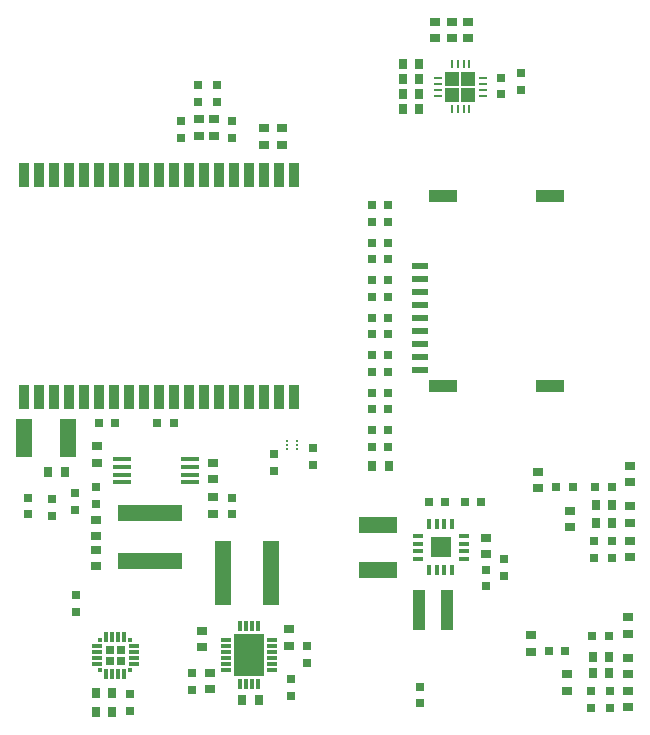
<source format=gtp>
%FSTAX23Y23*%
%MOIN*%
%SFA1B1*%

%IPPOS*%
%AMD30*
4,1,8,-0.011800,0.003000,-0.011800,-0.003000,-0.009800,-0.004900,0.009800,-0.004900,0.011800,-0.003000,0.011800,0.003000,0.009800,0.004900,-0.009800,0.004900,-0.011800,0.003000,0.0*
1,1,0.003940,-0.009800,0.003000*
1,1,0.003940,-0.009800,-0.003000*
1,1,0.003940,0.009800,-0.003000*
1,1,0.003940,0.009800,0.003000*
%
%AMD31*
4,1,8,0.003000,0.011800,-0.003000,0.011800,-0.004900,0.009800,-0.004900,-0.009800,-0.003000,-0.011800,0.003000,-0.011800,0.004900,-0.009800,0.004900,0.009800,0.003000,0.011800,0.0*
1,1,0.003940,0.003000,0.009800*
1,1,0.003940,-0.003000,0.009800*
1,1,0.003940,-0.003000,-0.009800*
1,1,0.003940,0.003000,-0.009800*
%
%AMD38*
4,1,8,0.015000,0.006300,-0.015000,0.006300,-0.016500,0.004700,-0.016500,-0.004700,-0.015000,-0.006300,0.015000,-0.006300,0.016500,-0.004700,0.016500,0.004700,0.015000,0.006300,0.0*
1,1,0.003160,0.015000,0.004700*
1,1,0.003160,-0.015000,0.004700*
1,1,0.003160,-0.015000,-0.004700*
1,1,0.003160,0.015000,-0.004700*
%
%AMD39*
4,1,8,-0.006300,0.015000,-0.006300,-0.015000,-0.004700,-0.016500,0.004700,-0.016500,0.006300,-0.015000,0.006300,0.015000,0.004700,0.016500,-0.004700,0.016500,-0.006300,0.015000,0.0*
1,1,0.003160,-0.004700,0.015000*
1,1,0.003160,-0.004700,-0.015000*
1,1,0.003160,0.004700,-0.015000*
1,1,0.003160,0.004700,0.015000*
%
%AMD42*
4,1,8,-0.026700,-0.008100,0.026700,-0.008100,0.030700,-0.004000,0.030700,0.004000,0.026700,0.008100,-0.026700,0.008100,-0.030700,0.004000,-0.030700,-0.004000,-0.026700,-0.008100,0.0*
1,1,0.008080,-0.026700,-0.004000*
1,1,0.008080,0.026700,-0.004000*
1,1,0.008080,0.026700,0.004000*
1,1,0.008080,-0.026700,0.004000*
%
%ADD18R,0.045200X0.045200*%
%ADD19R,0.029530X0.029530*%
%ADD20R,0.032000X0.012000*%
%ADD21R,0.012000X0.032000*%
%ADD22R,0.104000X0.144000*%
%ADD23R,0.055120X0.129920*%
%ADD24R,0.030000X0.030000*%
%ADD25R,0.035430X0.031500*%
%ADD26R,0.030000X0.030000*%
%ADD27R,0.031500X0.035430*%
%ADD28R,0.055120X0.024410*%
%ADD29R,0.094490X0.043310*%
G04~CAMADD=30~8~0.0~0.0~98.4~236.2~19.7~0.0~15~0.0~0.0~0.0~0.0~0~0.0~0.0~0.0~0.0~0~0.0~0.0~0.0~90.0~236.0~98.0*
%ADD30D30*%
G04~CAMADD=31~8~0.0~0.0~98.4~236.2~19.7~0.0~15~0.0~0.0~0.0~0.0~0~0.0~0.0~0.0~0.0~0~0.0~0.0~0.0~0.0~98.4~236.2*
%ADD31D31*%
%ADD32R,0.007870X0.007870*%
%ADD33R,0.035430X0.011810*%
%ADD34R,0.011810X0.035430*%
%ADD35R,0.011810X0.011810*%
%ADD36R,0.056300X0.216540*%
%ADD37R,0.129920X0.055120*%
G04~CAMADD=38~8~0.0~0.0~330.7~126.0~15.8~0.0~15~0.0~0.0~0.0~0.0~0~0.0~0.0~0.0~0.0~0~0.0~0.0~0.0~0.0~330.7~126.0*
%ADD38D38*%
G04~CAMADD=39~8~0.0~0.0~330.7~126.0~15.8~0.0~15~0.0~0.0~0.0~0.0~0~0.0~0.0~0.0~0.0~0~0.0~0.0~0.0~90.0~126.0~331.0*
%ADD39D39*%
%ADD40R,0.038580X0.133860*%
%ADD41R,0.216540X0.056300*%
G04~CAMADD=42~8~0.0~0.0~614.2~161.4~40.4~0.0~15~0.0~0.0~0.0~0.0~0~0.0~0.0~0.0~0.0~0~0.0~0.0~0.0~180.0~614.0~162.0*
%ADD42D42*%
%ADD43R,0.035430X0.078740*%
%LNsolears_v1-1*%
%LPD*%
G36*
X02483Y01661D02*
X02416D01*
Y01728*
X02483*
Y01661*
G37*
G54D18*
X02542Y03203D03*
X02489D03*
Y03256D03*
X02542D03*
G54D19*
X01346Y01353D03*
X01383D03*
X01346Y01316D03*
X01383D03*
G54D20*
X01733Y01384D03*
Y01365D03*
Y01345D03*
Y01325D03*
Y01305D03*
Y01286D03*
X01887D03*
Y01305D03*
Y01325D03*
Y01345D03*
Y01365D03*
Y01384D03*
G54D21*
X0178Y01238D03*
X018D03*
X0182D03*
X0184D03*
Y01432D03*
X0182D03*
X018D03*
X0178D03*
G54D22*
X0181Y01335D03*
G54D23*
X0106Y0206D03*
X01209D03*
G54D24*
X026Y0162D03*
Y01565D03*
X01705Y0318D03*
Y03235D03*
X03015Y01215D03*
Y0116D03*
X0295Y01215D03*
Y0116D03*
X0302Y01715D03*
Y0166D03*
X0296Y01715D03*
Y0166D03*
X01755Y03115D03*
Y0306D03*
X01585Y03115D03*
Y0306D03*
X0164Y03235D03*
Y0318D03*
X01895Y02005D03*
Y0195D03*
X02025Y02025D03*
Y0197D03*
X01415Y01205D03*
Y0115D03*
X01235Y01535D03*
Y0148D03*
X0123Y0182D03*
Y01875D03*
X01075Y01805D03*
Y0186D03*
X01155Y018D03*
Y01855D03*
X01755Y01805D03*
Y0186D03*
X013Y01895D03*
Y0184D03*
X0162Y0122D03*
Y01275D03*
X02005Y0131D03*
Y01365D03*
X0195Y01255D03*
Y012D03*
X0238Y01175D03*
Y0123D03*
X02651Y03205D03*
Y0326D03*
X02716Y0322D03*
Y03275D03*
X0266Y016D03*
Y01655D03*
G54D25*
X0288Y01817D03*
Y01762D03*
X0308Y01717D03*
Y01662D03*
Y01832D03*
Y01777D03*
Y01967D03*
Y01912D03*
X02775Y01947D03*
Y01892D03*
X0287Y01272D03*
Y01217D03*
X03075Y01462D03*
Y01407D03*
X0275Y01402D03*
Y01347D03*
X03075Y01327D03*
Y01272D03*
Y01217D03*
Y01162D03*
X01695Y03122D03*
Y03067D03*
X01645Y03122D03*
Y03067D03*
X0192Y03092D03*
Y03037D03*
X0186Y03092D03*
Y03037D03*
X02431Y03447D03*
Y03392D03*
X02541Y03447D03*
Y03392D03*
X02486Y03447D03*
Y03392D03*
X013Y01632D03*
Y01687D03*
Y01732D03*
Y01787D03*
X0169Y01922D03*
Y01977D03*
Y01807D03*
Y01862D03*
X01305Y01977D03*
Y02032D03*
X01945Y01422D03*
Y01367D03*
X0168Y01222D03*
Y01277D03*
X01655Y01417D03*
Y01362D03*
X026Y01727D03*
Y01672D03*
G54D26*
X0222Y02835D03*
X02275D03*
X0222Y0278D03*
X02275D03*
X0222Y0271D03*
X02275D03*
X0222Y02655D03*
X02275D03*
X0222Y02585D03*
X02275D03*
X0222Y0253D03*
X02275D03*
X0222Y0246D03*
X02275D03*
X0222Y02405D03*
X02275D03*
X0222Y02335D03*
X02275D03*
X0222Y0228D03*
X02275D03*
X0222Y0221D03*
X02275D03*
X0222Y0203D03*
X02275D03*
Y02085D03*
X0222D03*
Y02155D03*
X02275D03*
X01365Y0211D03*
X0131D03*
X0156D03*
X01505D03*
X02835Y01895D03*
X0289D03*
X02965D03*
X0302D03*
X02955Y014D03*
X0301D03*
X0281Y0135D03*
X02865D03*
X02585Y01845D03*
X0253D03*
X02465D03*
X0241D03*
G54D27*
X02222Y01965D03*
X02277D03*
X02967Y01775D03*
X03022D03*
X02967Y01835D03*
X03022D03*
X02957Y01275D03*
X03012D03*
X02957Y0133D03*
X03012D03*
X01197Y01945D03*
X01142D03*
X02378Y03255D03*
X02323D03*
X02378Y03305D03*
X02323D03*
X02378Y03205D03*
X02323D03*
X02378Y03155D03*
X02323D03*
X013Y0121D03*
X01355D03*
X013Y01145D03*
X01355D03*
X01844Y01185D03*
X01789D03*
G54D28*
X0238Y02632D03*
Y02589D03*
Y02546D03*
Y02502D03*
Y02459D03*
Y02416D03*
Y02372D03*
Y02329D03*
Y02286D03*
G54D29*
X02813Y02231D03*
X02459D03*
Y02867D03*
X02813D03*
G54D30*
X02441Y03259D03*
Y03239D03*
Y0322D03*
Y032D03*
X02591D03*
Y0322D03*
Y03239D03*
Y03259D03*
G54D31*
X02486Y03155D03*
X02506D03*
X02526D03*
X02545D03*
Y03304D03*
X02526D03*
X02506D03*
X02486D03*
G54D32*
X01972Y02021D03*
Y02035D03*
Y02048D03*
X01937D03*
Y02035D03*
Y02021D03*
G54D33*
X01303Y01364D03*
Y01344D03*
Y01325D03*
Y01305D03*
X01426D03*
Y01325D03*
Y01344D03*
Y01364D03*
G54D34*
X01335Y01273D03*
X01355D03*
X01374D03*
X01394D03*
Y01396D03*
X01374D03*
X01355D03*
X01335D03*
G54D35*
X01315Y01384D03*
X01414D03*
X01315Y01285D03*
X01414D03*
G54D36*
X01884Y0161D03*
X01725D03*
G54D37*
X0224Y01769D03*
Y0162D03*
G54D38*
X02526Y01733D03*
Y01707D03*
Y01682D03*
Y01656D03*
X02373D03*
Y01682D03*
Y01707D03*
Y01733D03*
G54D39*
X02411Y01771D03*
X02437D03*
X02462D03*
X02488D03*
Y01618D03*
X02462D03*
X02437D03*
X02411D03*
G54D40*
X0247Y01485D03*
X02376D03*
G54D41*
X0148Y0165D03*
Y0181D03*
G54D42*
X01613Y01988D03*
Y01962D03*
Y01937D03*
Y01911D03*
X01386D03*
Y01937D03*
Y01962D03*
Y01988D03*
G54D43*
X0106Y02935D03*
X0111D03*
X0116D03*
X0121D03*
X0126D03*
X0131D03*
X0136D03*
X0141D03*
X0146D03*
X0151D03*
X0156D03*
X0161D03*
X0166D03*
X0171D03*
X0176D03*
X0181D03*
X0186D03*
X0191D03*
X0196D03*
X0106Y02195D03*
X0111D03*
X0116D03*
X0121D03*
X0126D03*
X0131D03*
X0136D03*
X0141D03*
X0146D03*
X0151D03*
X0156D03*
X0161D03*
X0166D03*
X0171D03*
X0176D03*
X0181D03*
X0186D03*
X0191D03*
X0196D03*
M02*
</source>
